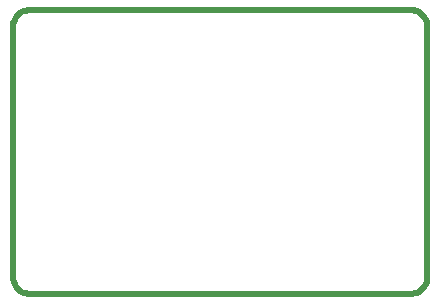
<source format=gko>
G04 Layer_Color=16711935*
%FSLAX25Y25*%
%MOIN*%
G70*
G01*
G75*
%ADD20C,0.02000*%
D20*
X5000Y94488D02*
X4025Y94392D01*
X3087Y94108D01*
X2222Y93646D01*
X1464Y93024D01*
X843Y92266D01*
X381Y91402D01*
X96Y90464D01*
X0Y89488D01*
Y5000D02*
X96Y4025D01*
X381Y3087D01*
X843Y2222D01*
X1464Y1464D01*
X2222Y843D01*
X3087Y381D01*
X4025Y96D01*
X5000Y0D01*
X132795D02*
X133771Y96D01*
X134709Y381D01*
X135573Y843D01*
X136331Y1464D01*
X136953Y2222D01*
X137415Y3087D01*
X137699Y4025D01*
X137795Y5000D01*
Y89488D02*
X137699Y90464D01*
X137415Y91402D01*
X136953Y92266D01*
X136331Y93024D01*
X135573Y93646D01*
X134709Y94108D01*
X133771Y94392D01*
X132795Y94488D01*
X5000D02*
X133858D01*
X0Y5000D02*
Y90551D01*
X5000Y0D02*
X132795D01*
X137795Y5000D02*
Y89488D01*
M02*

</source>
